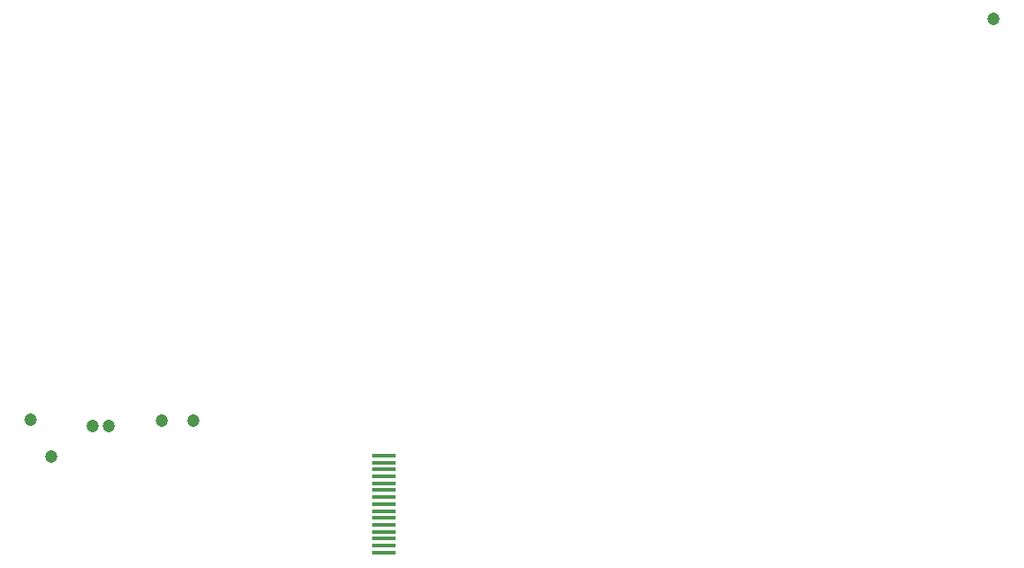
<source format=gbp>
G04 (created by PCBNEW (2013-mar-13)-stable) date Thu 30 Jun 2016 11:10:47 AM CEST*
%MOIN*%
G04 Gerber Fmt 3.4, Leading zero omitted, Abs format*
%FSLAX34Y34*%
G01*
G70*
G90*
G04 APERTURE LIST*
%ADD10C,0.005906*%
%ADD11R,0.086614X0.015748*%
%ADD12C,0.047200*%
G04 APERTURE END LIST*
G54D10*
G54D11*
X54129Y-46279D03*
X54129Y-46023D03*
X54129Y-45767D03*
X54129Y-45511D03*
X54129Y-45255D03*
X54129Y-45000D03*
X54129Y-44744D03*
X54129Y-44488D03*
X54129Y-44232D03*
X54129Y-43976D03*
X54129Y-43720D03*
X54129Y-43464D03*
X54129Y-43208D03*
X54129Y-42952D03*
X54129Y-42696D03*
G54D12*
X43350Y-41590D03*
X43940Y-41590D03*
X41800Y-42740D03*
X41050Y-41360D03*
X47070Y-41410D03*
X45920Y-41410D03*
X76740Y-26510D03*
M02*

</source>
